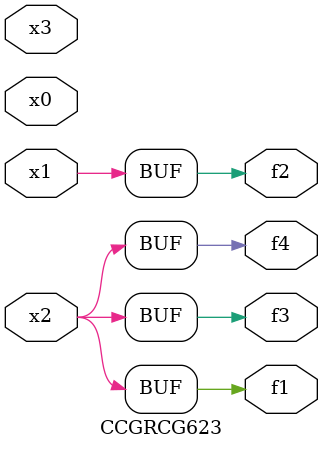
<source format=v>
module CCGRCG623(
	input x0, x1, x2, x3,
	output f1, f2, f3, f4
);
	assign f1 = x2;
	assign f2 = x1;
	assign f3 = x2;
	assign f4 = x2;
endmodule

</source>
